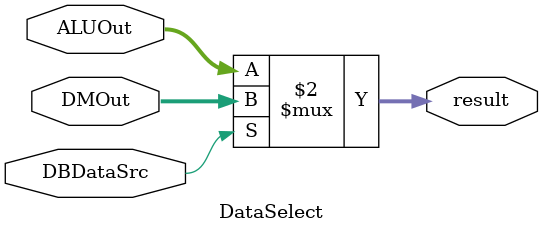
<source format=v>
`timescale 1ns / 1ps


module DataSelect(
  input [31:0] ALUOut,
  input [31:0] DMOut,
  input DBDataSrc,
  output [31:0] result
  );

  assign result = (DBDataSrc == 0) ? ALUOut : DMOut;

endmodule

</source>
